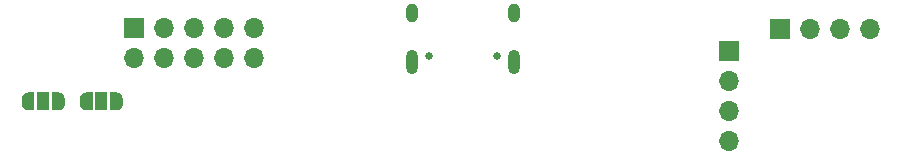
<source format=gbs>
G04 #@! TF.GenerationSoftware,KiCad,Pcbnew,(5.1.12)-1*
G04 #@! TF.CreationDate,2024-06-07T21:14:04+03:00*
G04 #@! TF.ProjectId,CaliperPCB,43616c69-7065-4725-9043-422e6b696361,rev?*
G04 #@! TF.SameCoordinates,Original*
G04 #@! TF.FileFunction,Soldermask,Bot*
G04 #@! TF.FilePolarity,Negative*
%FSLAX46Y46*%
G04 Gerber Fmt 4.6, Leading zero omitted, Abs format (unit mm)*
G04 Created by KiCad (PCBNEW (5.1.12)-1) date 2024-06-07 21:14:04*
%MOMM*%
%LPD*%
G01*
G04 APERTURE LIST*
%ADD10O,1.700000X1.700000*%
%ADD11R,1.700000X1.700000*%
%ADD12R,1.000000X1.500000*%
%ADD13C,0.100000*%
%ADD14O,1.000000X1.600000*%
%ADD15C,0.650000*%
%ADD16O,1.000000X2.100000*%
G04 APERTURE END LIST*
D10*
X139192000Y-89408000D03*
X139192000Y-86868000D03*
X136652000Y-89408000D03*
X136652000Y-86868000D03*
X134112000Y-89408000D03*
X134112000Y-86868000D03*
X131572000Y-89408000D03*
X131572000Y-86868000D03*
X129032000Y-89408000D03*
D11*
X129032000Y-86868000D03*
D10*
X179380000Y-96450000D03*
X179380000Y-93910000D03*
X179380000Y-91370000D03*
D11*
X179380000Y-88830000D03*
D12*
X121340000Y-93070000D03*
D13*
G36*
X122640000Y-92320602D02*
G01*
X122664534Y-92320602D01*
X122713365Y-92325412D01*
X122761490Y-92334984D01*
X122808445Y-92349228D01*
X122853778Y-92368005D01*
X122897051Y-92391136D01*
X122937850Y-92418396D01*
X122975779Y-92449524D01*
X123010476Y-92484221D01*
X123041604Y-92522150D01*
X123068864Y-92562949D01*
X123091995Y-92606222D01*
X123110772Y-92651555D01*
X123125016Y-92698510D01*
X123134588Y-92746635D01*
X123139398Y-92795466D01*
X123139398Y-92820000D01*
X123140000Y-92820000D01*
X123140000Y-93320000D01*
X123139398Y-93320000D01*
X123139398Y-93344534D01*
X123134588Y-93393365D01*
X123125016Y-93441490D01*
X123110772Y-93488445D01*
X123091995Y-93533778D01*
X123068864Y-93577051D01*
X123041604Y-93617850D01*
X123010476Y-93655779D01*
X122975779Y-93690476D01*
X122937850Y-93721604D01*
X122897051Y-93748864D01*
X122853778Y-93771995D01*
X122808445Y-93790772D01*
X122761490Y-93805016D01*
X122713365Y-93814588D01*
X122664534Y-93819398D01*
X122640000Y-93819398D01*
X122640000Y-93820000D01*
X122090000Y-93820000D01*
X122090000Y-92320000D01*
X122640000Y-92320000D01*
X122640000Y-92320602D01*
G37*
G36*
X120590000Y-93820000D02*
G01*
X120040000Y-93820000D01*
X120040000Y-93819398D01*
X120015466Y-93819398D01*
X119966635Y-93814588D01*
X119918510Y-93805016D01*
X119871555Y-93790772D01*
X119826222Y-93771995D01*
X119782949Y-93748864D01*
X119742150Y-93721604D01*
X119704221Y-93690476D01*
X119669524Y-93655779D01*
X119638396Y-93617850D01*
X119611136Y-93577051D01*
X119588005Y-93533778D01*
X119569228Y-93488445D01*
X119554984Y-93441490D01*
X119545412Y-93393365D01*
X119540602Y-93344534D01*
X119540602Y-93320000D01*
X119540000Y-93320000D01*
X119540000Y-92820000D01*
X119540602Y-92820000D01*
X119540602Y-92795466D01*
X119545412Y-92746635D01*
X119554984Y-92698510D01*
X119569228Y-92651555D01*
X119588005Y-92606222D01*
X119611136Y-92562949D01*
X119638396Y-92522150D01*
X119669524Y-92484221D01*
X119704221Y-92449524D01*
X119742150Y-92418396D01*
X119782949Y-92391136D01*
X119826222Y-92368005D01*
X119871555Y-92349228D01*
X119918510Y-92334984D01*
X119966635Y-92325412D01*
X120015466Y-92320602D01*
X120040000Y-92320602D01*
X120040000Y-92320000D01*
X120590000Y-92320000D01*
X120590000Y-93820000D01*
G37*
D12*
X126256000Y-93070000D03*
D13*
G36*
X127556000Y-92320602D02*
G01*
X127580534Y-92320602D01*
X127629365Y-92325412D01*
X127677490Y-92334984D01*
X127724445Y-92349228D01*
X127769778Y-92368005D01*
X127813051Y-92391136D01*
X127853850Y-92418396D01*
X127891779Y-92449524D01*
X127926476Y-92484221D01*
X127957604Y-92522150D01*
X127984864Y-92562949D01*
X128007995Y-92606222D01*
X128026772Y-92651555D01*
X128041016Y-92698510D01*
X128050588Y-92746635D01*
X128055398Y-92795466D01*
X128055398Y-92820000D01*
X128056000Y-92820000D01*
X128056000Y-93320000D01*
X128055398Y-93320000D01*
X128055398Y-93344534D01*
X128050588Y-93393365D01*
X128041016Y-93441490D01*
X128026772Y-93488445D01*
X128007995Y-93533778D01*
X127984864Y-93577051D01*
X127957604Y-93617850D01*
X127926476Y-93655779D01*
X127891779Y-93690476D01*
X127853850Y-93721604D01*
X127813051Y-93748864D01*
X127769778Y-93771995D01*
X127724445Y-93790772D01*
X127677490Y-93805016D01*
X127629365Y-93814588D01*
X127580534Y-93819398D01*
X127556000Y-93819398D01*
X127556000Y-93820000D01*
X127006000Y-93820000D01*
X127006000Y-92320000D01*
X127556000Y-92320000D01*
X127556000Y-92320602D01*
G37*
G36*
X125506000Y-93820000D02*
G01*
X124956000Y-93820000D01*
X124956000Y-93819398D01*
X124931466Y-93819398D01*
X124882635Y-93814588D01*
X124834510Y-93805016D01*
X124787555Y-93790772D01*
X124742222Y-93771995D01*
X124698949Y-93748864D01*
X124658150Y-93721604D01*
X124620221Y-93690476D01*
X124585524Y-93655779D01*
X124554396Y-93617850D01*
X124527136Y-93577051D01*
X124504005Y-93533778D01*
X124485228Y-93488445D01*
X124470984Y-93441490D01*
X124461412Y-93393365D01*
X124456602Y-93344534D01*
X124456602Y-93320000D01*
X124456000Y-93320000D01*
X124456000Y-92820000D01*
X124456602Y-92820000D01*
X124456602Y-92795466D01*
X124461412Y-92746635D01*
X124470984Y-92698510D01*
X124485228Y-92651555D01*
X124504005Y-92606222D01*
X124527136Y-92562949D01*
X124554396Y-92522150D01*
X124585524Y-92484221D01*
X124620221Y-92449524D01*
X124658150Y-92418396D01*
X124698949Y-92391136D01*
X124742222Y-92368005D01*
X124787555Y-92349228D01*
X124834510Y-92334984D01*
X124882635Y-92325412D01*
X124931466Y-92320602D01*
X124956000Y-92320602D01*
X124956000Y-92320000D01*
X125506000Y-92320000D01*
X125506000Y-93820000D01*
G37*
D11*
X183720000Y-86950000D03*
D10*
X186260000Y-86950000D03*
X188800000Y-86950000D03*
X191340000Y-86950000D03*
D14*
X152528000Y-85564000D03*
D15*
X153958000Y-89214000D03*
D14*
X161168000Y-85564000D03*
D15*
X159738000Y-89214000D03*
D16*
X161168000Y-89744000D03*
X152528000Y-89744000D03*
M02*

</source>
